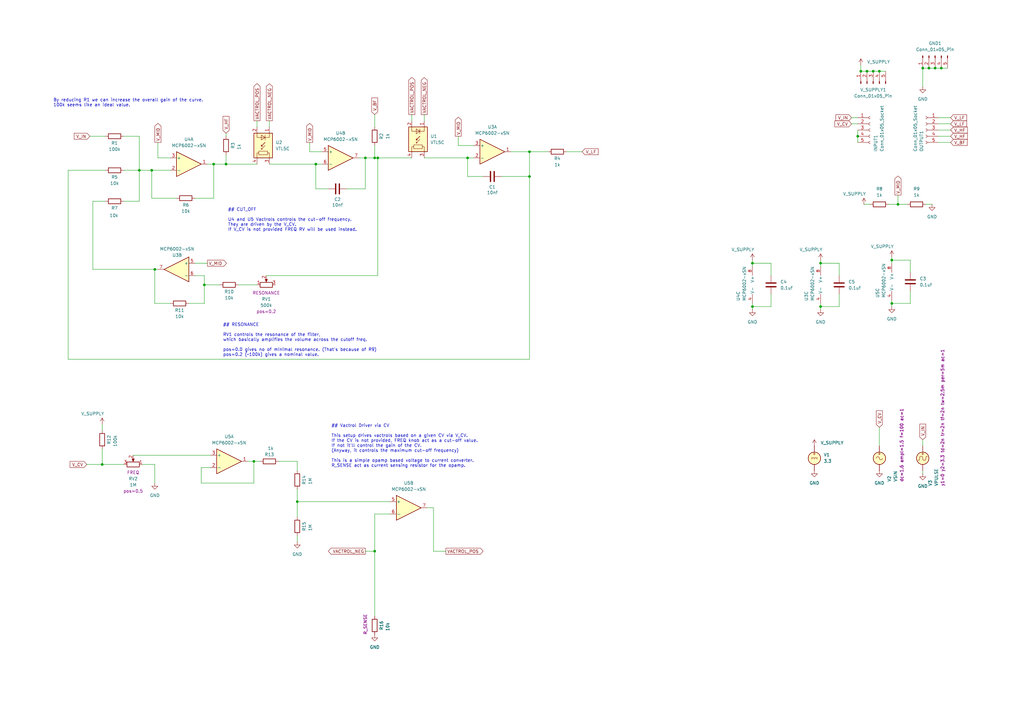
<source format=kicad_sch>
(kicad_sch (version 20231120) (generator "eeschema") (generator_version "8.0")
  (paper "A3")
  (lib_symbols
    (symbol "Amplifier_Operational:MCP6002-xSN" (pin_names (offset 0.127))
      (property "Reference" "U" (at 0 5.08 0))
      (property "Value" "MCP6002-xSN" (at 0 -5.08 0))
      (symbol "MCP6002-xSN_1_1"
        (polyline (pts (xy -5.08 5.08) (xy 5.08 0) (xy -5.08 -5.08) (xy -5.08 5.08)) (stroke (width 0.254)) (fill (type background)))
        (pin output line (at 7.62 0 180) (length 2.54) (name "~") (number "1"))
        (pin input line (at -7.62 -2.54 0) (length 2.54) (name "-") (number "2"))
        (pin input line (at -7.62 2.54 0) (length 2.54) (name "+") (number "3"))
      )
      (symbol "MCP6002-xSN_2_1"
        (polyline (pts (xy -5.08 5.08) (xy 5.08 0) (xy -5.08 -5.08) (xy -5.08 5.08)) (stroke (width 0.254)) (fill (type background)))
        (pin input line (at -7.62 2.54 0) (length 2.54) (name "+") (number "5"))
        (pin input line (at -7.62 -2.54 0) (length 2.54) (name "-") (number "6"))
        (pin output line (at 7.62 0 180) (length 2.54) (name "~") (number "7"))
      )
      (symbol "MCP6002-xSN_3_1"
        (pin power_in line (at -2.54 -7.62 90) (length 3.81) (name "V-") (number "4"))
        (pin power_in line (at -2.54 7.62 270) (length 3.81) (name "V+") (number "8"))
      )
    )
    (symbol "Connector:Conn_01x05_Pin" (pin_names (offset 1.016) hide)
      (property "Reference" "J" (at 0 7.62 0))
      (property "Value" "Conn_01x05_Pin" (at 0 -7.62 0))
      (symbol "Conn_01x05_Pin_1_1"
        (polyline (pts (xy 1.27 -5.08) (xy 0.8636 -5.08)) (stroke (width 0.1524)))
        (polyline (pts (xy 1.27 -2.54) (xy 0.8636 -2.54)) (stroke (width 0.1524)))
        (polyline (pts (xy 1.27 0) (xy 0.8636 0)) (stroke (width 0.1524)))
        (polyline (pts (xy 1.27 2.54) (xy 0.8636 2.54)) (stroke (width 0.1524)))
        (polyline (pts (xy 1.27 5.08) (xy 0.8636 5.08)) (stroke (width 0.1524)))
        (rectangle (start 0.8636 -4.953) (end 0 -5.207) (stroke (width 0.1524)) (fill (type outline)))
        (rectangle (start 0.8636 -2.413) (end 0 -2.667) (stroke (width 0.1524)) (fill (type outline)))
        (rectangle (start 0.8636 0.127) (end 0 -0.127) (stroke (width 0.1524)) (fill (type outline)))
        (rectangle (start 0.8636 2.667) (end 0 2.413) (stroke (width 0.1524)) (fill (type outline)))
        (rectangle (start 0.8636 5.207) (end 0 4.953) (stroke (width 0.1524)) (fill (type outline)))
        (pin passive line (at 5.08 5.08 180) (length 3.81) (name "Pin_1") (number "1"))
        (pin passive line (at 5.08 2.54 180) (length 3.81) (name "Pin_2") (number "2"))
        (pin passive line (at 5.08 0 180) (length 3.81) (name "Pin_3") (number "3"))
        (pin passive line (at 5.08 -2.54 180) (length 3.81) (name "Pin_4") (number "4"))
        (pin passive line (at 5.08 -5.08 180) (length 3.81) (name "Pin_5") (number "5"))
      )
    )
    (symbol "Connector:Conn_01x05_Socket" (pin_names (offset 1.016) hide)
      (property "Reference" "J" (at 0 7.62 0))
      (property "Value" "Conn_01x05_Socket" (at 0 -7.62 0))
      (symbol "Conn_01x05_Socket_1_1"
        (arc (start 0 -4.572) (mid -0.5058 -5.08) (end 0 -5.588) (stroke (width 0.1524)))
        (arc (start 0 -2.032) (mid -0.5058 -2.54) (end 0 -3.048) (stroke (width 0.1524)))
        (polyline (pts (xy -1.27 -5.08) (xy -0.508 -5.08)) (stroke (width 0.1524)))
        (polyline (pts (xy -1.27 -2.54) (xy -0.508 -2.54)) (stroke (width 0.1524)))
        (polyline (pts (xy -1.27 0) (xy -0.508 0)) (stroke (width 0.1524)))
        (polyline (pts (xy -1.27 2.54) (xy -0.508 2.54)) (stroke (width 0.1524)))
        (polyline (pts (xy -1.27 5.08) (xy -0.508 5.08)) (stroke (width 0.1524)))
        (arc (start 0 0.508) (mid -0.5058 0) (end 0 -0.508) (stroke (width 0.1524)))
        (arc (start 0 3.048) (mid -0.5058 2.54) (end 0 2.032) (stroke (width 0.1524)))
        (arc (start 0 5.588) (mid -0.5058 5.08) (end 0 4.572) (stroke (width 0.1524)))
        (pin passive line (at -5.08 5.08 0) (length 3.81) (name "Pin_1") (number "1"))
        (pin passive line (at -5.08 2.54 0) (length 3.81) (name "Pin_2") (number "2"))
        (pin passive line (at -5.08 0 0) (length 3.81) (name "Pin_3") (number "3"))
        (pin passive line (at -5.08 -2.54 0) (length 3.81) (name "Pin_4") (number "4"))
        (pin passive line (at -5.08 -5.08 0) (length 3.81) (name "Pin_5") (number "5"))
      )
    )
    (symbol "Device:C" (pin_numbers hide) (pin_names (offset 0.254))
      (property "Reference" "C" (at 0.635 2.54 0))
      (property "Value" "C" (at 0.635 -2.54 0))
      (symbol "C_0_1"
        (polyline (pts (xy -2.032 -0.762) (xy 2.032 -0.762)) (stroke (width 0.508)))
        (polyline (pts (xy -2.032 0.762) (xy 2.032 0.762)) (stroke (width 0.508)))
      )
      (symbol "C_1_1"
        (pin passive line (at 0 3.81 270) (length 2.794) (name "~") (number "1"))
        (pin passive line (at 0 -3.81 90) (length 2.794) (name "~") (number "2"))
      )
    )
    (symbol "Device:R" (pin_numbers hide) (pin_names (offset 0))
      (property "Reference" "R" (at 2.032 0 90))
      (property "Value" "R" (at 0 0 90))
      (symbol "R_0_1"
        (rectangle (start -1.016 -2.54) (end 1.016 2.54) (stroke (width 0.254)))
      )
      (symbol "R_1_1"
        (pin passive line (at 0 3.81 270) (length 1.27) (name "~") (number "1"))
        (pin passive line (at 0 -3.81 90) (length 1.27) (name "~") (number "2"))
      )
    )
    (symbol "Device:R_Potentiometer" (pin_names (offset 1.016) hide)
      (property "Reference" "RV" (at -4.445 0 90))
      (property "Value" "R_Potentiometer" (at -2.54 0 90))
      (symbol "R_Potentiometer_0_1"
        (polyline (pts (xy 2.54 0) (xy 1.524 0)))
        (polyline (pts (xy 1.143 0) (xy 2.286 0.508) (xy 2.286 -0.508) (xy 1.143 0)) (fill (type outline)))
        (rectangle (start 1.016 2.54) (end -1.016 -2.54) (stroke (width 0.254)))
      )
      (symbol "R_Potentiometer_1_1"
        (pin passive line (at 0 3.81 270) (length 1.27) (name "1") (number "1"))
        (pin passive line (at 3.81 0 180) (length 1.27) (name "2") (number "2"))
        (pin passive line (at 0 -3.81 90) (length 1.27) (name "3") (number "3"))
      )
    )
    (symbol "Isolator:VTL5C" (pin_names (offset 1.016) hide)
      (property "Reference" "U" (at 0 5.08 0))
      (property "Value" "VTL5C" (at 0 -5.08 0))
      (symbol "VTL5C_0_1"
        (rectangle (start -5.08 3.81) (end 5.08 -3.81) (stroke (width 0.254)) (fill (type background)))
        (polyline (pts (xy -4.318 0.762) (xy -2.286 0.762)))
        (polyline (pts (xy -1.27 0.762) (xy 0.254 -0.762)))
        (polyline (pts (xy -1.27 0.762) (xy 0.254 -0.762)))
        (polyline (pts (xy 0 0.762) (xy 1.524 -0.762)))
        (polyline (pts (xy 0.254 -0.254) (xy 0.254 -0.762) (xy -0.254 -0.762)))
        (polyline (pts (xy 0.254 -0.254) (xy 0.254 -0.762) (xy -0.254 -0.762)))
        (polyline (pts (xy 1.524 -0.254) (xy 1.524 -0.762) (xy 1.016 -0.762)))
        (polyline (pts (xy 3.048 -1.778) (xy 3.048 -2.54) (xy 5.08 -2.54)))
        (polyline (pts (xy 3.048 1.778) (xy 3.048 2.54) (xy 5.08 2.54)))
        (polyline (pts (xy -5.08 -2.54) (xy -3.302 -2.54) (xy -3.302 2.54) (xy -5.08 2.54)))
        (rectangle (start 2.286 1.778) (end 3.81 -1.778))
      )
      (symbol "VTL5C_1_1"
        (polyline (pts (xy -4.318 -0.762) (xy -3.302 0.762) (xy -2.286 -0.762) (xy -4.318 -0.762)))
        (pin passive line (at -7.62 2.54 0) (length 2.54) (name "-") (number "1"))
        (pin passive line (at -7.62 -2.54 0) (length 2.54) (name "+") (number "2"))
        (pin passive line (at 7.62 2.54 180) (length 2.54) (name "~") (number "3"))
        (pin passive line (at 7.62 -2.54 180) (length 2.54) (name "~") (number "4"))
      )
    )
    (symbol "Simulation_SPICE:VDC" (pin_numbers hide) (pin_names (offset 0.0254))
      (property "Reference" "V" (at 2.54 2.54 0))
      (property "Value" "1" (at 2.54 0 0))
      (symbol "VDC_0_0"
        (polyline (pts (xy -1.27 0.254) (xy 1.27 0.254)))
        (polyline (pts (xy -0.762 -0.254) (xy -1.27 -0.254)))
        (polyline (pts (xy 0.254 -0.254) (xy -0.254 -0.254)))
        (polyline (pts (xy 1.27 -0.254) (xy 0.762 -0.254)))
        (text "+" (at 0 1.905 0) (effects (font (size 1.27 1.27))))
      )
      (symbol "VDC_0_1"
        (circle (center 0 0) (radius 2.54) (stroke (width 0.254)) (fill (type background)))
      )
      (symbol "VDC_1_1"
        (pin passive line (at 0 5.08 270) (length 2.54) (name "~") (number "1"))
        (pin passive line (at 0 -5.08 90) (length 2.54) (name "~") (number "2"))
      )
    )
    (symbol "Simulation_SPICE:VPULSE" (pin_numbers hide) (pin_names (offset 0.0254))
      (property "Reference" "V" (at 2.54 2.54 0))
      (property "Value" "VPULSE" (at 2.54 0 0))
      (property "Sim.Params" "y1=0 y2=1 td=2n tr=2n tf=2n tw=50n per=100n" (at 2.54 -2.54 0))
      (symbol "VPULSE_0_0"
        (polyline (pts (xy -2.032 -0.762) (xy -1.397 -0.762) (xy -1.143 0.762) (xy -0.127 0.762) (xy 0.127 -0.762) (xy 1.143 -0.762) (xy 1.397 0.762) (xy 2.032 0.762)))
        (text "+" (at 0 1.905 0) (effects (font (size 1.27 1.27))))
      )
      (symbol "VPULSE_0_1"
        (circle (center 0 0) (radius 2.54) (stroke (width 0.254)) (fill (type background)))
      )
      (symbol "VPULSE_1_1"
        (pin passive line (at 0 5.08 270) (length 2.54) (name "~") (number "1"))
        (pin passive line (at 0 -5.08 90) (length 2.54) (name "~") (number "2"))
      )
    )
    (symbol "Simulation_SPICE:VSIN" (pin_numbers hide) (pin_names (offset 0.0254))
      (property "Reference" "V" (at 2.54 2.54 0))
      (property "Value" "VSIN" (at 2.54 0 0))
      (property "Sim.Params" "dc=0 ampl=1 f=1k ac=1" (at 2.54 -2.54 0))
      (symbol "VSIN_0_0"
        (arc (start 0 0) (mid -0.635 0.6323) (end -1.27 0))
        (arc (start 0 0) (mid 0.635 -0.6323) (end 1.27 0))
        (text "+" (at 0 1.905 0) (effects (font (size 1.27 1.27))))
      )
      (symbol "VSIN_0_1"
        (circle (center 0 0) (radius 2.54) (stroke (width 0.254)) (fill (type background)))
      )
      (symbol "VSIN_1_1"
        (pin passive line (at 0 5.08 270) (length 2.54) (name "~") (number "1"))
        (pin passive line (at 0 -5.08 90) (length 2.54) (name "~") (number "2"))
      )
    )
    (symbol "power:+5V" (power) (pin_numbers hide) (pin_names (offset 0) hide)
      (property "Value" "+5V" (at 0 3.556 0))
      (symbol "+5V_0_1"
        (polyline (pts (xy -0.762 1.27) (xy 0 2.54)))
        (polyline (pts (xy 0 0) (xy 0 2.54)))
        (polyline (pts (xy 0 2.54) (xy 0.762 1.27)))
      )
      (symbol "+5V_1_1"
        (pin power_in line (at 0 0 90) (length 0) (name "~") (number "1"))
      )
    )
    (symbol "power:GND" (power) (pin_numbers hide) (pin_names (offset 0) hide)
      (property "Value" "GND" (at 0 -3.81 0))
      (symbol "GND_0_1"
        (polyline (pts (xy 0 0) (xy 0 -1.27) (xy 1.27 -1.27) (xy 0 -2.54) (xy -1.27 -1.27) (xy 0 -1.27)))
      )
      (symbol "GND_1_1"
        (pin power_in line (at 0 0 270) (length 0) (name "~") (number "1"))
      )
    )
  )
  (junction (at 355.6 29.21))
  (junction (at 153.67 226.06))
  (junction (at 381 27.94))
  (junction (at 154.94 64.77))
  (junction (at 62.23 69.85))
  (junction (at 153.67 64.77))
  (junction (at 353.06 29.21))
  (junction (at 336.55 107.95))
  (junction (at 360.68 29.21))
  (junction (at 386.08 27.94))
  (junction (at 368.3 83.82))
  (junction (at 121.92 205.74))
  (junction (at 149.86 64.77))
  (junction (at 336.55 125.73))
  (junction (at 217.17 62.23))
  (junction (at 365.76 106.68))
  (junction (at 87.63 67.31))
  (junction (at 217.17 72.39))
  (junction (at 63.5 110.49))
  (junction (at 383.54 27.94))
  (junction (at 191.77 64.77))
  (junction (at 83.82 116.84))
  (junction (at 351.79 55.88))
  (junction (at 57.15 69.85))
  (junction (at 365.76 124.46))
  (junction (at 358.14 29.21))
  (junction (at 129.54 67.31))
  (junction (at 41.91 190.5))
  (junction (at 308.61 107.95))
  (junction (at 308.61 125.73))
  (junction (at 92.71 67.31))
  (junction (at 378.46 27.94))
  (junction (at 104.14 189.23))
  (wire (pts (xy 336.55 106.68) (xy 336.55 107.95)))
  (wire (pts (xy 129.54 77.47) (xy 129.54 67.31)))
  (wire (pts (xy 27.94 69.85) (xy 27.94 147.32)))
  (wire (pts (xy 316.23 125.73) (xy 308.61 125.73)))
  (wire (pts (xy 351.79 53.34) (xy 351.79 55.88)))
  (wire (pts (xy 160.02 205.74) (xy 121.92 205.74)))
  (wire (pts (xy 142.24 77.47) (xy 149.86 77.47)))
  (wire (pts (xy 57.15 55.88) (xy 57.15 69.85)))
  (wire (pts (xy 85.09 67.31) (xy 87.63 67.31)))
  (wire (pts (xy 365.76 106.68) (xy 365.76 107.95)))
  (wire (pts (xy 308.61 107.95) (xy 308.61 109.22)))
  (wire (pts (xy 349.25 48.26) (xy 351.79 48.26)))
  (wire (pts (xy 27.94 147.32) (xy 217.17 147.32)))
  (wire (pts (xy 360.68 29.21) (xy 363.22 29.21)))
  (wire (pts (xy 35.56 190.5) (xy 41.91 190.5)))
  (wire (pts (xy 57.15 82.55) (xy 57.15 69.85)))
  (wire (pts (xy 154.94 113.03) (xy 154.94 64.77)))
  (wire (pts (xy 217.17 72.39) (xy 217.17 147.32)))
  (wire (pts (xy 105.41 67.31) (xy 92.71 67.31)))
  (wire (pts (xy 384.81 58.42) (xy 389.89 58.42)))
  (wire (pts (xy 110.49 49.53) (xy 110.49 52.07)))
  (wire (pts (xy 50.8 82.55) (xy 57.15 82.55)))
  (wire (pts (xy 353.06 29.21) (xy 355.6 29.21)))
  (wire (pts (xy 308.61 125.73) (xy 308.61 127)))
  (wire (pts (xy 344.17 125.73) (xy 336.55 125.73)))
  (wire (pts (xy 149.86 77.47) (xy 149.86 64.77)))
  (wire (pts (xy 349.25 50.8) (xy 351.79 50.8)))
  (wire (pts (xy 373.38 106.68) (xy 365.76 106.68)))
  (wire (pts (xy 384.81 48.26) (xy 389.89 48.26)))
  (wire (pts (xy 104.14 198.12) (xy 104.14 189.23)))
  (wire (pts (xy 63.5 110.49) (xy 38.1 110.49)))
  (wire (pts (xy 82.55 191.77) (xy 82.55 198.12)))
  (wire (pts (xy 360.68 175.26) (xy 360.68 182.88)))
  (wire (pts (xy 87.63 67.31) (xy 87.63 81.28)))
  (wire (pts (xy 58.42 190.5) (xy 63.5 190.5)))
  (wire (pts (xy 64.77 110.49) (xy 63.5 110.49)))
  (wire (pts (xy 373.38 111.76) (xy 373.38 106.68)))
  (wire (pts (xy 386.08 27.94) (xy 388.62 27.94)))
  (wire (pts (xy 83.82 116.84) (xy 90.17 116.84)))
  (wire (pts (xy 217.17 62.23) (xy 224.79 62.23)))
  (wire (pts (xy 368.3 80.01) (xy 368.3 83.82)))
  (wire (pts (xy 368.3 83.82) (xy 372.11 83.82)))
  (wire (pts (xy 43.18 69.85) (xy 27.94 69.85)))
  (wire (pts (xy 232.41 62.23) (xy 238.76 62.23)))
  (wire (pts (xy 41.91 190.5) (xy 50.8 190.5)))
  (wire (pts (xy 358.14 29.21) (xy 360.68 29.21)))
  (wire (pts (xy 191.77 64.77) (xy 194.31 64.77)))
  (wire (pts (xy 316.23 107.95) (xy 308.61 107.95)))
  (wire (pts (xy 378.46 27.94) (xy 381 27.94)))
  (wire (pts (xy 382.27 83.82) (xy 379.73 83.82)))
  (wire (pts (xy 64.77 64.77) (xy 69.85 64.77)))
  (wire (pts (xy 105.41 49.53) (xy 105.41 52.07)))
  (wire (pts (xy 80.01 113.03) (xy 83.82 113.03)))
  (wire (pts (xy 177.8 226.06) (xy 182.88 226.06)))
  (wire (pts (xy 187.96 55.88) (xy 187.96 59.69)))
  (wire (pts (xy 217.17 72.39) (xy 205.74 72.39)))
  (wire (pts (xy 153.67 226.06) (xy 153.67 252.73)))
  (wire (pts (xy 54.61 186.69) (xy 86.36 186.69)))
  (wire (pts (xy 153.67 210.82) (xy 153.67 226.06)))
  (wire (pts (xy 378.46 27.94) (xy 378.46 35.56)))
  (wire (pts (xy 354.33 83.82) (xy 356.87 83.82)))
  (wire (pts (xy 353.06 29.21) (xy 353.06 26.67)))
  (wire (pts (xy 63.5 190.5) (xy 63.5 198.12)))
  (wire (pts (xy 110.49 67.31) (xy 129.54 67.31)))
  (wire (pts (xy 191.77 72.39) (xy 198.12 72.39)))
  (wire (pts (xy 101.6 189.23) (xy 104.14 189.23)))
  (wire (pts (xy 384.81 55.88) (xy 389.89 55.88)))
  (wire (pts (xy 83.82 124.46) (xy 77.47 124.46)))
  (wire (pts (xy 177.8 208.28) (xy 177.8 226.06)))
  (wire (pts (xy 336.55 107.95) (xy 336.55 109.22)))
  (wire (pts (xy 104.14 189.23) (xy 106.68 189.23)))
  (wire (pts (xy 153.67 46.99) (xy 153.67 52.07)))
  (wire (pts (xy 50.8 55.88) (xy 57.15 55.88)))
  (wire (pts (xy 83.82 116.84) (xy 83.82 124.46)))
  (wire (pts (xy 344.17 113.03) (xy 344.17 107.95)))
  (wire (pts (xy 121.92 200.66) (xy 121.92 205.74)))
  (wire (pts (xy 92.71 67.31) (xy 87.63 67.31)))
  (wire (pts (xy 38.1 110.49) (xy 38.1 82.55)))
  (wire (pts (xy 316.23 113.03) (xy 316.23 107.95)))
  (wire (pts (xy 87.63 81.28) (xy 80.01 81.28)))
  (wire (pts (xy 127 62.23) (xy 127 58.42)))
  (wire (pts (xy 173.99 64.77) (xy 191.77 64.77)))
  (wire (pts (xy 383.54 27.94) (xy 386.08 27.94)))
  (wire (pts (xy 378.46 180.34) (xy 378.46 182.88)))
  (wire (pts (xy 154.94 64.77) (xy 168.91 64.77)))
  (wire (pts (xy 147.32 64.77) (xy 149.86 64.77)))
  (wire (pts (xy 365.76 124.46) (xy 365.76 125.73)))
  (wire (pts (xy 173.99 46.99) (xy 173.99 49.53)))
  (wire (pts (xy 175.26 208.28) (xy 177.8 208.28)))
  (wire (pts (xy 384.81 50.8) (xy 389.89 50.8)))
  (wire (pts (xy 41.91 173.99) (xy 41.91 176.53)))
  (wire (pts (xy 69.85 124.46) (xy 63.5 124.46)))
  (wire (pts (xy 308.61 106.68) (xy 308.61 107.95)))
  (wire (pts (xy 351.79 55.88) (xy 351.79 58.42)))
  (wire (pts (xy 191.77 64.77) (xy 191.77 72.39)))
  (wire (pts (xy 384.81 53.34) (xy 389.89 53.34)))
  (wire (pts (xy 109.22 113.03) (xy 154.94 113.03)))
  (wire (pts (xy 64.77 58.42) (xy 64.77 64.77)))
  (wire (pts (xy 50.8 69.85) (xy 57.15 69.85)))
  (wire (pts (xy 121.92 189.23) (xy 121.92 193.04)))
  (wire (pts (xy 308.61 124.46) (xy 308.61 125.73)))
  (wire (pts (xy 187.96 59.69) (xy 194.31 59.69)))
  (wire (pts (xy 86.36 191.77) (xy 82.55 191.77)))
  (wire (pts (xy 92.71 63.5) (xy 92.71 67.31)))
  (wire (pts (xy 41.91 190.5) (xy 41.91 184.15)))
  (wire (pts (xy 62.23 81.28) (xy 62.23 69.85)))
  (wire (pts (xy 336.55 125.73) (xy 336.55 127)))
  (wire (pts (xy 80.01 107.95) (xy 85.09 107.95)))
  (wire (pts (xy 365.76 123.19) (xy 365.76 124.46)))
  (wire (pts (xy 97.79 116.84) (xy 105.41 116.84)))
  (wire (pts (xy 83.82 113.03) (xy 83.82 116.84)))
  (wire (pts (xy 121.92 205.74) (xy 121.92 212.09)))
  (wire (pts (xy 355.6 29.21) (xy 358.14 29.21)))
  (wire (pts (xy 38.1 82.55) (xy 43.18 82.55)))
  (wire (pts (xy 63.5 124.46) (xy 63.5 110.49)))
  (wire (pts (xy 153.67 64.77) (xy 154.94 64.77)))
  (wire (pts (xy 316.23 120.65) (xy 316.23 125.73)))
  (wire (pts (xy 364.49 83.82) (xy 368.3 83.82)))
  (wire (pts (xy 344.17 120.65) (xy 344.17 125.73)))
  (wire (pts (xy 62.23 69.85) (xy 69.85 69.85)))
  (wire (pts (xy 217.17 62.23) (xy 217.17 72.39)))
  (wire (pts (xy 344.17 107.95) (xy 336.55 107.95)))
  (wire (pts (xy 373.38 124.46) (xy 365.76 124.46)))
  (wire (pts (xy 365.76 105.41) (xy 365.76 106.68)))
  (wire (pts (xy 57.15 69.85) (xy 62.23 69.85)))
  (wire (pts (xy 72.39 81.28) (xy 62.23 81.28)))
  (wire (pts (xy 82.55 198.12) (xy 104.14 198.12)))
  (wire (pts (xy 129.54 67.31) (xy 132.08 67.31)))
  (wire (pts (xy 160.02 210.82) (xy 153.67 210.82)))
  (wire (pts (xy 378.46 193.04) (xy 378.46 194.31)))
  (wire (pts (xy 36.83 55.88) (xy 43.18 55.88)))
  (wire (pts (xy 132.08 62.23) (xy 127 62.23)))
  (wire (pts (xy 149.86 226.06) (xy 153.67 226.06)))
  (wire (pts (xy 168.91 46.99) (xy 168.91 49.53)))
  (wire (pts (xy 373.38 119.38) (xy 373.38 124.46)))
  (wire (pts (xy 149.86 64.77) (xy 153.67 64.77)))
  (wire (pts (xy 209.55 62.23) (xy 217.17 62.23)))
  (wire (pts (xy 153.67 59.69) (xy 153.67 64.77)))
  (wire (pts (xy 134.62 77.47) (xy 129.54 77.47)))
  (wire (pts (xy 114.3 189.23) (xy 121.92 189.23)))
  (wire (pts (xy 381 27.94) (xy 383.54 27.94)))
  (wire (pts (xy 92.71 54.61) (xy 92.71 55.88)))
  (wire (pts (xy 121.92 222.25) (xy 121.92 219.71)))
  (wire (pts (xy 336.55 124.46) (xy 336.55 125.73)))
  (text "## Vactrol Driver via CV\n\nThis setup drives vactrols based on a given CV via V_CV.\nIf the CV is not provided, FREQ knob act as a cut-off value.\nIf not it'll control the gain of the CV.\n(Anyway, it controls the maximum cut-off frequency)\n\nThis is a simple opamp based voltage to current converter.\nR_SENSE act as current sensing resistor for the opamp." (at 135.89 182.88 0) (effects (font (size 1.27 1.27)) (justify left)))
  (text "## CUT_OFF\n\nU4 and U5 Vactrols controls the cut-off frequency. \nThey are driven by the V_CV.\nIf V_CV is not provided FREQ RV will be used instead." (at 93.472 90.17 0) (effects (font (size 1.27 1.27)) (justify left)))
  (text "## RESONANCE\n\nRV1 controls the resonance of the filter,\nwhich basically amplifies the volume across the cutoff freq.\n\npos=0.0 gives no of minimal resonance. (That's because of R9)\npos=0.2 (~100k) gives a nominal value. " (at 91.44 139.446 0) (effects (font (size 1.27 1.27)) (justify left)))
  (text "By reducing R1 we can increase the overall gain of the curve.\n100k seems like an ideal value." (at 21.844 42.164 0) (effects (font (size 1.27 1.27)) (justify left)))
  (global_label "VACTROL_POS" (shape output) (at 168.91 46.99 90) (property "Intersheetrefs" "${INTERSHEET_REFS}" (effects (hide yes))))
  (global_label "V_HF" (shape input) (at 389.89 55.88 0) (property "Intersheetrefs" "${INTERSHEET_REFS}" (effects (hide yes))))
  (global_label "VACTROL_NEG" (shape output) (at 110.49 49.53 90) (property "Intersheetrefs" "${INTERSHEET_REFS}" (effects (hide yes))))
  (global_label "V_CV" (shape input) (at 360.68 175.26 90) (property "Intersheetrefs" "${INTERSHEET_REFS}" (effects (hide yes))))
  (global_label "V_HF" (shape input) (at 389.89 53.34 0) (property "Intersheetrefs" "${INTERSHEET_REFS}" (effects (hide yes))))
  (global_label "V_LF" (shape input) (at 238.76 62.23 0) (property "Intersheetrefs" "${INTERSHEET_REFS}" (effects (hide yes))))
  (global_label "V_MID" (shape output) (at 85.09 107.95 0) (property "Intersheetrefs" "${INTERSHEET_REFS}" (effects (hide yes))))
  (global_label "V_CV" (shape input) (at 35.56 190.5 180) (property "Intersheetrefs" "${INTERSHEET_REFS}" (effects (hide yes))))
  (global_label "V_CV" (shape input) (at 349.25 50.8 180) (property "Intersheetrefs" "${INTERSHEET_REFS}" (effects (hide yes))))
  (global_label "V_HF" (shape input) (at 92.71 54.61 90) (property "Intersheetrefs" "${INTERSHEET_REFS}" (effects (hide yes))))
  (global_label "V_LF" (shape input) (at 389.89 50.8 0) (property "Intersheetrefs" "${INTERSHEET_REFS}" (effects (hide yes))))
  (global_label "V_MID" (shape output) (at 64.77 58.42 90) (property "Intersheetrefs" "${INTERSHEET_REFS}" (effects (hide yes))))
  (global_label "V_IN" (shape input) (at 36.83 55.88 180) (property "Intersheetrefs" "${INTERSHEET_REFS}" (effects (hide yes))))
  (global_label "VACTROL_NEG" (shape output) (at 173.99 46.99 90) (property "Intersheetrefs" "${INTERSHEET_REFS}" (effects (hide yes))))
  (global_label "V_MID" (shape output) (at 187.96 55.88 90) (property "Intersheetrefs" "${INTERSHEET_REFS}" (effects (hide yes))))
  (global_label "V_BF" (shape input) (at 389.89 58.42 0) (property "Intersheetrefs" "${INTERSHEET_REFS}" (effects (hide yes))))
  (global_label "V_MID" (shape output) (at 127 58.42 90) (property "Intersheetrefs" "${INTERSHEET_REFS}" (effects (hide yes))))
  (global_label "VACTROL_POS" (shape output) (at 182.88 226.06 0) (property "Intersheetrefs" "${INTERSHEET_REFS}" (effects (hide yes))))
  (global_label "V_IN" (shape input) (at 349.25 48.26 180) (property "Intersheetrefs" "${INTERSHEET_REFS}" (effects (hide yes))))
  (global_label "V_IN" (shape input) (at 378.46 180.34 90) (property "Intersheetrefs" "${INTERSHEET_REFS}" (effects (hide yes))))
  (global_label "V_LF" (shape input) (at 389.89 48.26 0) (property "Intersheetrefs" "${INTERSHEET_REFS}" (effects (hide yes))))
  (global_label "V_BF" (shape input) (at 153.67 46.99 90) (property "Intersheetrefs" "${INTERSHEET_REFS}" (effects (hide yes))))
  (global_label "VACTROL_NEG" (shape output) (at 149.86 226.06 180) (property "Intersheetrefs" "${INTERSHEET_REFS}" (effects (hide yes))))
  (global_label "V_MID" (shape output) (at 368.3 80.01 90) (property "Intersheetrefs" "${INTERSHEET_REFS}" (effects (hide yes))))
  (global_label "VACTROL_POS" (shape output) (at 105.41 49.53 90) (property "Intersheetrefs" "${INTERSHEET_REFS}" (effects (hide yes))))
  (symbol (lib_id "Device:R") (at 360.68 83.82 90) (unit 1)
    (property "Reference" "R8" (at 360.68 77.47 90))
    (property "Value" "1k" (at 360.68 80.01 90))
    (property "Footprint" "Resistor_SMD:R_0402_1005Metric" (effects (hide yes)))
    (property "Description" "Resistor" (effects (hide yes)))
  )
  (symbol (lib_id "Isolator:VTL5C") (at 107.95 59.69 270) (unit 1)
    (property "Reference" "U2" (at 113.03 58.4199 90) (effects (justify left)))
    (property "Value" "VTL5C" (at 113.03 60.9599 90) (effects (justify left)))
    (property "Footprint" "BreadModular_MISC:VTL5C" (effects (hide yes)))
    (property "Datasheet" "http://www.qsl.net/wa1ion/vactrol/vactrol.pdf" (effects (hide yes)))
    (property "Description" "Low Cost Axial Vactrols" (effects (hide yes)))
    (property "Sim.Library" "/Users/arunoda/data/projects/kicad-splice-models/VTL5C.lib" (effects (hide yes)))
    (property "Sim.Name" "VTL5C" (effects (hide yes)))
    (property "Sim.Device" "SUBCKT" (effects (hide yes)))
    (property "Sim.Pins" "1=2 2=1 3=3 4=4" (effects (hide yes)))
  )
  (symbol (lib_id "power:GND") (at 153.67 260.35 0) (unit 1)
    (property "Reference" "#PWR018" (effects (hide yes)))
    (property "Value" "GND" (at 153.67 265.43 0))
    (property "Description" "Power symbol creates a global label with name \"GND\" , ground" (effects (hide yes)))
  )
  (symbol (lib_id "Device:R_Potentiometer") (at 54.61 190.5 270) (mirror x) (unit 1)
    (property "Reference" "RV2" (at 54.61 196.342 90))
    (property "Value" "1M" (at 54.61 198.882 90))
    (property "Footprint" "BreadModular_Pots:Potentiometer_RV09" (effects (hide yes)))
    (property "Description" "Potentiometer" (effects (hide yes)))
    (property "Sim.Device" "R" (effects (hide yes)))
    (property "Sim.Type" "POT" (effects (hide yes)))
    (property "Sim.Pins" "1=r0 2=wiper 3=r1" (effects (hide yes)))
    (property "Sim.Params" "pos=0.5" (at 54.61 201.422 90))
    (property "Comments" "FREQ" (at 54.61 193.802 90))
  )
  (symbol (lib_id "Simulation_SPICE:VDC") (at 334.01 187.96 0) (unit 1) (on_board no)
    (property "Reference" "V1" (at 337.82 186.5601 0) (effects (justify left)))
    (property "Value" "3.3" (at 337.82 189.1001 0) (effects (justify left)))
    (property "Datasheet" "https://ngspice.sourceforge.io/docs/ngspice-html-manual/manual.xhtml#sec_Independent_Sources_for" (effects (hide yes)))
    (property "Description" "Voltage source, DC" (effects (hide yes)))
    (property "Sim.Pins" "1=+ 2=-" (effects (hide yes)))
    (property "Sim.Type" "DC" (effects (hide yes)))
    (property "Sim.Device" "V" (effects (hide yes)))
  )
  (symbol (lib_id "Device:R") (at 46.99 82.55 90) (unit 1)
    (property "Reference" "R7" (at 46.99 85.344 90))
    (property "Value" "10k" (at 46.736 88.392 90))
    (property "Footprint" "Resistor_SMD:R_0402_1005Metric" (effects (hide yes)))
    (property "Description" "Resistor" (effects (hide yes)))
  )
  (symbol (lib_id "Connector:Conn_01x05_Pin") (at 358.14 34.29 90) (unit 1) (exclude_from_sim yes)
    (property "Reference" "V_SUPPLY1" (at 358.14 36.83 90))
    (property "Value" "Conn_01x05_Pin" (at 358.14 39.37 90))
    (property "Footprint" "BreadModular_MISC:Power_Connector" (effects (hide yes)))
    (property "Description" "Generic connector, single row, 01x05, script generated" (effects (hide yes)))
  )
  (symbol (lib_id "Amplifier_Operational:MCP6002-xSN") (at 93.98 189.23 0) (unit 1)
    (property "Reference" "U5" (at 93.98 179.07 0))
    (property "Value" "MCP6002-xSN" (at 93.98 181.61 0))
    (property "Footprint" "Package_SO:SOIC-8-1EP_3.9x4.9mm_P1.27mm_EP2.29x3mm" (effects (hide yes)))
    (property "Datasheet" "http://ww1.microchip.com/downloads/en/DeviceDoc/21733j.pdf" (effects (hide yes)))
    (property "Description" "1MHz, Low-Power Op Amp, SOIC-8" (effects (hide yes)))
    (property "Sim.Library" "${KICAD8_SYMBOL_DIR}/Simulation_SPICE.sp" (effects (hide yes)))
    (property "Sim.Name" "kicad_builtin_opamp_dual" (effects (hide yes)))
    (property "Sim.Device" "SUBCKT" (effects (hide yes)))
    (property "Sim.Pins" "1=out1 2=in1- 3=in1+ 4=vee 5=in2+ 6=in2- 7=out2 8=vcc" (effects (hide yes)))
  )
  (symbol (lib_id "Amplifier_Operational:MCP6002-xSN") (at 201.93 62.23 0) (unit 1)
    (property "Reference" "U3" (at 201.93 52.07 0))
    (property "Value" "MCP6002-xSN" (at 201.93 54.61 0))
    (property "Footprint" "Package_SO:SOIC-8-1EP_3.9x4.9mm_P1.27mm_EP2.29x3mm" (effects (hide yes)))
    (property "Datasheet" "http://ww1.microchip.com/downloads/en/DeviceDoc/21733j.pdf" (effects (hide yes)))
    (property "Description" "1MHz, Low-Power Op Amp, SOIC-8" (effects (hide yes)))
    (property "Sim.Library" "${KICAD8_SYMBOL_DIR}/Simulation_SPICE.sp" (effects (hide yes)))
    (property "Sim.Name" "kicad_builtin_opamp_dual" (effects (hide yes)))
    (property "Sim.Device" "SUBCKT" (effects (hide yes)))
    (property "Sim.Pins" "1=out1 2=in1- 3=in1+ 4=vee 5=in2+ 6=in2- 7=out2 8=vcc" (effects (hide yes)))
  )
  (symbol (lib_id "Amplifier_Operational:MCP6002-xSN") (at 139.7 64.77 0) (unit 2)
    (property "Reference" "U4" (at 139.7 54.61 0))
    (property "Value" "MCP6002-xSN" (at 139.7 57.15 0))
    (property "Footprint" "Package_SO:SOIC-8-1EP_3.9x4.9mm_P1.27mm_EP2.29x3mm" (effects (hide yes)))
    (property "Datasheet" "http://ww1.microchip.com/downloads/en/DeviceDoc/21733j.pdf" (effects (hide yes)))
    (property "Description" "1MHz, Low-Power Op Amp, SOIC-8" (effects (hide yes)))
    (property "Sim.Library" "${KICAD8_SYMBOL_DIR}/Simulation_SPICE.sp" (effects (hide yes)))
    (property "Sim.Name" "kicad_builtin_opamp_dual" (effects (hide yes)))
    (property "Sim.Device" "SUBCKT" (effects (hide yes)))
    (property "Sim.Pins" "1=out1 2=in1- 3=in1+ 4=vee 5=in2+ 6=in2- 7=out2 8=vcc" (effects (hide yes)))
  )
  (symbol (lib_id "Device:R") (at 46.99 55.88 90) (unit 1)
    (property "Reference" "R1" (at 46.99 58.674 90))
    (property "Value" "100k" (at 46.99 61.214 90))
    (property "Footprint" "Resistor_SMD:R_0402_1005Metric" (effects (hide yes)))
    (property "Description" "Resistor" (effects (hide yes)))
  )
  (symbol (lib_id "Device:R") (at 92.71 59.69 180) (unit 1)
    (property "Reference" "R3" (at 95.504 59.69 90))
    (property "Value" "1k" (at 98.044 60.198 90))
    (property "Footprint" "Resistor_SMD:R_0402_1005Metric" (effects (hide yes)))
    (property "Description" "Resistor" (effects (hide yes)))
  )
  (symbol (lib_id "power:+5V") (at 334.01 182.88 0) (unit 1)
    (property "Reference" "#PWR012" (effects (hide yes)))
    (property "Value" "V_SUPPLY" (at 336.55 181.6099 0) (effects (justify left)))
    (property "Description" "Power symbol creates a global label with name \"+5V\"" (effects (hide yes)))
  )
  (symbol (lib_id "power:+5V") (at 336.55 106.68 0) (unit 1)
    (property "Reference" "#PWR07" (effects (hide yes)))
    (property "Value" "V_SUPPLY" (at 327.914 102.362 0) (effects (justify left)))
    (property "Description" "Power symbol creates a global label with name \"+5V\"" (effects (hide yes)))
  )
  (symbol (lib_id "Device:C") (at 344.17 116.84 0) (unit 1)
    (property "Reference" "C5" (at 347.98 115.5699 0) (effects (justify left)))
    (property "Value" "0.1uf" (at 347.98 118.1099 0) (effects (justify left)))
    (property "Footprint" "Capacitor_SMD:C_0402_1005Metric" (effects (hide yes)))
    (property "Description" "Unpolarized capacitor" (effects (hide yes)))
  )
  (symbol (lib_id "power:+5V") (at 353.06 26.67 0) (unit 1)
    (property "Reference" "#PWR01" (effects (hide yes)))
    (property "Value" "V_SUPPLY" (at 355.6 25.3999 0) (effects (justify left)))
    (property "Description" "Power symbol creates a global label with name \"+5V\"" (effects (hide yes)))
  )
  (symbol (lib_id "power:GND") (at 378.46 35.56 0) (unit 1)
    (property "Reference" "#PWR02" (effects (hide yes)))
    (property "Value" "GND" (at 378.46 40.64 0))
    (property "Description" "Power symbol creates a global label with name \"GND\" , ground" (effects (hide yes)))
  )
  (symbol (lib_id "Device:C") (at 201.93 72.39 90) (unit 1)
    (property "Reference" "C1" (at 201.93 76.708 90))
    (property "Value" "10nf" (at 201.93 78.994 90))
    (property "Footprint" "Capacitor_SMD:C_0402_1005Metric" (effects (hide yes)))
    (property "Description" "Unpolarized capacitor" (effects (hide yes)))
  )
  (symbol (lib_id "Amplifier_Operational:MCP6002-xSN") (at 339.09 116.84 0) (unit 3)
    (property "Reference" "U3" (at 330.708 123.444 90) (effects (justify left)))
    (property "Value" "MCP6002-xSN" (at 333.248 123.444 90) (effects (justify left)))
    (property "Footprint" "Package_SO:SOIC-8-1EP_3.9x4.9mm_P1.27mm_EP2.29x3mm" (effects (hide yes)))
    (property "Datasheet" "http://ww1.microchip.com/downloads/en/DeviceDoc/21733j.pdf" (effects (hide yes)))
    (property "Description" "1MHz, Low-Power Op Amp, SOIC-8" (effects (hide yes)))
    (property "Sim.Library" "${KICAD8_SYMBOL_DIR}/Simulation_SPICE.sp" (effects (hide yes)))
    (property "Sim.Name" "kicad_builtin_opamp_dual" (effects (hide yes)))
    (property "Sim.Device" "SUBCKT" (effects (hide yes)))
    (property "Sim.Pins" "1=out1 2=in1- 3=in1+ 4=vee 5=in2+ 6=in2- 7=out2 8=vcc" (effects (hide yes)))
  )
  (symbol (lib_id "Amplifier_Operational:MCP6002-xSN") (at 311.15 116.84 0) (unit 3)
    (property "Reference" "U4" (at 302.768 123.444 90) (effects (justify left)))
    (property "Value" "MCP6002-xSN" (at 305.308 123.444 90) (effects (justify left)))
    (property "Footprint" "Package_SO:SOIC-8-1EP_3.9x4.9mm_P1.27mm_EP2.29x3mm" (effects (hide yes)))
    (property "Datasheet" "http://ww1.microchip.com/downloads/en/DeviceDoc/21733j.pdf" (effects (hide yes)))
    (property "Description" "1MHz, Low-Power Op Amp, SOIC-8" (effects (hide yes)))
    (property "Sim.Library" "${KICAD8_SYMBOL_DIR}/Simulation_SPICE.sp" (effects (hide yes)))
    (property "Sim.Name" "kicad_builtin_opamp_dual" (effects (hide yes)))
    (property "Sim.Device" "SUBCKT" (effects (hide yes)))
    (property "Sim.Pins" "1=out1 2=in1- 3=in1+ 4=vee 5=in2+ 6=in2- 7=out2 8=vcc" (effects (hide yes)))
  )
  (symbol (lib_id "power:GND") (at 378.46 194.31 0) (unit 1)
    (property "Reference" "#PWR015" (effects (hide yes)))
    (property "Value" "GND" (at 378.46 199.39 0))
    (property "Description" "Power symbol creates a global label with name \"GND\" , ground" (effects (hide yes)))
  )
  (symbol (lib_id "Isolator:VTL5C") (at 171.45 57.15 270) (unit 1)
    (property "Reference" "U1" (at 176.53 55.8799 90) (effects (justify left)))
    (property "Value" "VTL5C" (at 176.53 58.4199 90) (effects (justify left)))
    (property "Footprint" "BreadModular_MISC:VTL5C" (effects (hide yes)))
    (property "Datasheet" "http://www.qsl.net/wa1ion/vactrol/vactrol.pdf" (effects (hide yes)))
    (property "Description" "Low Cost Axial Vactrols" (effects (hide yes)))
    (property "Sim.Library" "/Users/arunoda/data/projects/kicad-splice-models/VTL5C.lib" (effects (hide yes)))
    (property "Sim.Name" "VTL5C" (effects (hide yes)))
    (property "Sim.Device" "SUBCKT" (effects (hide yes)))
    (property "Sim.Pins" "1=2 2=1 3=3 4=4" (effects (hide yes)))
  )
  (symbol (lib_id "Device:R") (at 153.67 256.54 180) (unit 1)
    (property "Reference" "R16" (at 156.464 256.54 90))
    (property "Value" "10k" (at 159.004 257.048 90))
    (property "Footprint" "Resistor_SMD:R_0402_1005Metric" (effects (hide yes)))
    (property "Description" "R_SENSE" (at 149.86 256.032 90))
  )
  (symbol (lib_id "Device:R") (at 73.66 124.46 90) (unit 1)
    (property "Reference" "R11" (at 73.66 127.254 90))
    (property "Value" "10k" (at 73.66 129.794 90))
    (property "Footprint" "Resistor_SMD:R_0402_1005Metric" (effects (hide yes)))
    (property "Description" "Resistor" (effects (hide yes)))
  )
  (symbol (lib_id "Device:R") (at 41.91 180.34 180) (unit 1)
    (property "Reference" "R12" (at 44.704 180.34 90))
    (property "Value" "100k" (at 47.244 180.848 90))
    (property "Footprint" "Resistor_SMD:R_0402_1005Metric" (effects (hide yes)))
    (property "Description" "Resistor" (effects (hide yes)))
  )
  (symbol (lib_id "power:GND") (at 63.5 198.12 0) (unit 1)
    (property "Reference" "#PWR016" (effects (hide yes)))
    (property "Value" "GND" (at 63.5 203.2 0))
    (property "Description" "Power symbol creates a global label with name \"GND\" , ground" (effects (hide yes)))
  )
  (symbol (lib_id "Amplifier_Operational:MCP6002-xSN") (at 167.64 208.28 0) (unit 2)
    (property "Reference" "U5" (at 167.64 198.12 0))
    (property "Value" "MCP6002-xSN" (at 167.64 200.66 0))
    (property "Footprint" "Package_SO:SOIC-8-1EP_3.9x4.9mm_P1.27mm_EP2.29x3mm" (effects (hide yes)))
    (property "Datasheet" "http://ww1.microchip.com/downloads/en/DeviceDoc/21733j.pdf" (effects (hide yes)))
    (property "Description" "1MHz, Low-Power Op Amp, SOIC-8" (effects (hide yes)))
    (property "Sim.Library" "${KICAD8_SYMBOL_DIR}/Simulation_SPICE.sp" (effects (hide yes)))
    (property "Sim.Name" "kicad_builtin_opamp_dual" (effects (hide yes)))
    (property "Sim.Device" "SUBCKT" (effects (hide yes)))
    (property "Sim.Pins" "1=out1 2=in1- 3=in1+ 4=vee 5=in2+ 6=in2- 7=out2 8=vcc" (effects (hide yes)))
  )
  (symbol (lib_id "power:+5V") (at 41.91 173.99 0) (unit 1)
    (property "Reference" "#PWR011" (effects (hide yes)))
    (property "Value" "V_SUPPLY" (at 33.274 169.672 0) (effects (justify left)))
    (property "Description" "Power symbol creates a global label with name \"+5V\"" (effects (hide yes)))
  )
  (symbol (lib_id "power:GND") (at 334.01 193.04 0) (unit 1)
    (property "Reference" "#PWR013" (effects (hide yes)))
    (property "Value" "GND" (at 334.01 198.12 0))
    (property "Description" "Power symbol creates a global label with name \"GND\" , ground" (effects (hide yes)))
  )
  (symbol (lib_id "Device:R") (at 121.92 196.85 180) (unit 1)
    (property "Reference" "R14" (at 124.714 196.85 90))
    (property "Value" "1M" (at 127.254 197.358 90))
    (property "Footprint" "Resistor_SMD:R_0402_1005Metric" (effects (hide yes)))
    (property "Description" "Resistor" (effects (hide yes)))
  )
  (symbol (lib_id "power:GND") (at 360.68 193.04 0) (unit 1)
    (property "Reference" "#PWR014" (effects (hide yes)))
    (property "Value" "GND" (at 360.68 198.12 0))
    (property "Description" "Power symbol creates a global label with name \"GND\" , ground" (effects (hide yes)))
  )
  (symbol (lib_id "Device:R") (at 110.49 189.23 270) (unit 1)
    (property "Reference" "R13" (at 110.49 186.436 90))
    (property "Value" "1k" (at 110.998 183.896 90))
    (property "Footprint" "Resistor_SMD:R_0402_1005Metric" (effects (hide yes)))
    (property "Description" "Resistor" (effects (hide yes)))
  )
  (symbol (lib_id "Device:C") (at 373.38 115.57 0) (unit 1)
    (property "Reference" "C3" (at 377.19 114.2999 0) (effects (justify left)))
    (property "Value" "0.1uf" (at 377.19 116.8399 0) (effects (justify left)))
    (property "Footprint" "Capacitor_SMD:C_0402_1005Metric" (effects (hide yes)))
    (property "Description" "Unpolarized capacitor" (effects (hide yes)))
  )
  (symbol (lib_id "power:GND") (at 336.55 127 0) (unit 1)
    (property "Reference" "#PWR010" (effects (hide yes)))
    (property "Value" "GND" (at 336.55 132.08 0))
    (property "Description" "Power symbol creates a global label with name \"GND\" , ground" (effects (hide yes)))
  )
  (symbol (lib_id "power:GND") (at 308.61 127 0) (unit 1)
    (property "Reference" "#PWR09" (effects (hide yes)))
    (property "Value" "GND" (at 308.61 132.08 0))
    (property "Description" "Power symbol creates a global label with name \"GND\" , ground" (effects (hide yes)))
  )
  (symbol (lib_id "Device:R") (at 46.99 69.85 90) (unit 1)
    (property "Reference" "R5" (at 46.99 72.644 90))
    (property "Value" "10k" (at 46.99 75.184 90))
    (property "Footprint" "Resistor_SMD:R_0402_1005Metric" (effects (hide yes)))
    (property "Description" "Resistor" (effects (hide yes)))
  )
  (symbol (lib_id "Connector:Conn_01x05_Socket") (at 379.73 53.34 0) (mirror y) (unit 1) (exclude_from_sim yes)
    (property "Reference" "OUTPUT1" (at 377.952 62.23 90) (effects (justify left)))
    (property "Value" "Conn_01x05_Socket" (at 375.412 62.23 90) (effects (justify left)))
    (property "Footprint" "Connector_PinSocket_2.54mm:PinSocket_1x05_P2.54mm_Vertical" (effects (hide yes)))
    (property "Description" "Generic connector, single row, 01x05, script generated" (effects (hide yes)))
  )
  (symbol (lib_id "Device:C") (at 138.43 77.47 90) (unit 1)
    (property "Reference" "C2" (at 138.43 81.788 90))
    (property "Value" "10nf" (at 138.43 84.074 90))
    (property "Footprint" "Capacitor_SMD:C_0402_1005Metric" (effects (hide yes)))
    (property "Description" "Unpolarized capacitor" (effects (hide yes)))
  )
  (symbol (lib_id "power:GND") (at 365.76 125.73 0) (unit 1)
    (property "Reference" "#PWR08" (effects (hide yes)))
    (property "Value" "GND" (at 365.76 130.81 0))
    (property "Description" "Power symbol creates a global label with name \"GND\" , ground" (effects (hide yes)))
  )
  (symbol (lib_id "power:+5V") (at 365.76 105.41 0) (unit 1)
    (property "Reference" "#PWR05" (effects (hide yes)))
    (property "Value" "V_SUPPLY" (at 357.124 101.092 0) (effects (justify left)))
    (property "Description" "Power symbol creates a global label with name \"+5V\"" (effects (hide yes)))
  )
  (symbol (lib_id "Amplifier_Operational:MCP6002-xSN") (at 368.3 115.57 0) (unit 3)
    (property "Reference" "U5" (at 359.918 122.174 90) (effects (justify left)))
    (property "Value" "MCP6002-xSN" (at 362.458 122.174 90) (effects (justify left)))
    (property "Footprint" "Package_SO:SOIC-8-1EP_3.9x4.9mm_P1.27mm_EP2.29x3mm" (effects (hide yes)))
    (property "Datasheet" "http://ww1.microchip.com/downloads/en/DeviceDoc/21733j.pdf" (effects (hide yes)))
    (property "Description" "1MHz, Low-Power Op Amp, SOIC-8" (effects (hide yes)))
    (property "Sim.Library" "${KICAD8_SYMBOL_DIR}/Simulation_SPICE.sp" (effects (hide yes)))
    (property "Sim.Name" "kicad_builtin_opamp_dual" (effects (hide yes)))
    (property "Sim.Device" "SUBCKT" (effects (hide yes)))
    (property "Sim.Pins" "1=out1 2=in1- 3=in1+ 4=vee 5=in2+ 6=in2- 7=out2 8=vcc" (effects (hide yes)))
  )
  (symbol (lib_id "power:GND") (at 382.27 83.82 0) (unit 1)
    (property "Reference" "#PWR04" (effects (hide yes)))
    (property "Value" "GND" (at 382.27 88.9 0))
    (property "Description" "Power symbol creates a global label with name \"GND\" , ground" (effects (hide yes)))
  )
  (symbol (lib_id "Simulation_SPICE:VSIN") (at 360.68 187.96 0) (unit 1) (on_board no)
    (property "Reference" "V2" (at 364.744 197.612 90) (effects (justify left)))
    (property "Value" "VSIN" (at 367.284 197.612 90) (effects (justify left)))
    (property "Datasheet" "https://ngspice.sourceforge.io/docs/ngspice-html-manual/manual.xhtml#sec_Independent_Sources_for" (effects (hide yes)))
    (property "Description" "Voltage source, sinusoidal" (effects (hide yes)))
    (property "Sim.Pins" "1=+ 2=-" (effects (hide yes)))
    (property "Sim.Params" "dc=1.6 ampl=1.5 f=100 ac=1" (at 369.824 197.612 90) (effects (justify left)))
    (property "Sim.Type" "SIN" (effects (hide yes)))
    (property "Sim.Device" "V" (effects (hide yes)))
  )
  (symbol (lib_id "Device:R") (at 375.92 83.82 90) (unit 1)
    (property "Reference" "R9" (at 375.92 77.47 90))
    (property "Value" "1k" (at 375.92 80.01 90))
    (property "Footprint" "Resistor_SMD:R_0402_1005Metric" (effects (hide yes)))
    (property "Description" "Resistor" (effects (hide yes)))
  )
  (symbol (lib_id "Connector:Conn_01x05_Socket") (at 356.87 53.34 0) (unit 1) (exclude_from_sim yes)
    (property "Reference" "INPUT1" (at 359.156 62.23 90) (effects (justify left)))
    (property "Value" "Conn_01x05_Socket" (at 361.696 62.23 90) (effects (justify left)))
    (property "Footprint" "Connector_PinSocket_2.54mm:PinSocket_1x05_P2.54mm_Vertical" (effects (hide yes)))
    (property "Description" "Generic connector, single row, 01x05, script generated" (effects (hide yes)))
  )
  (symbol (lib_id "Device:R_Potentiometer") (at 109.22 116.84 90) (unit 1)
    (property "Reference" "RV1" (at 109.22 122.682 90))
    (property "Value" "500k" (at 109.22 125.222 90))
    (property "Footprint" "BreadModular_Pots:Potentiometer_RV09" (effects (hide yes)))
    (property "Description" "Potentiometer" (effects (hide yes)))
    (property "Sim.Device" "R" (effects (hide yes)))
    (property "Sim.Type" "POT" (effects (hide yes)))
    (property "Sim.Pins" "1=r0 2=wiper 3=r1" (effects (hide yes)))
    (property "Sim.Params" "pos=0.2" (at 109.22 127.762 90))
    (property "Comments" "RESONANCE" (at 109.22 120.142 90))
  )
  (symbol (lib_id "Amplifier_Operational:MCP6002-xSN") (at 72.39 110.49 0) (mirror y) (unit 2)
    (property "Reference" "U3" (at 72.644 104.648 0))
    (property "Value" "MCP6002-xSN" (at 72.644 102.108 0))
    (property "Footprint" "Package_SO:SOIC-8-1EP_3.9x4.9mm_P1.27mm_EP2.29x3mm" (effects (hide yes)))
    (property "Datasheet" "http://ww1.microchip.com/downloads/en/DeviceDoc/21733j.pdf" (effects (hide yes)))
    (property "Description" "1MHz, Low-Power Op Amp, SOIC-8" (effects (hide yes)))
    (property "Sim.Library" "${KICAD8_SYMBOL_DIR}/Simulation_SPICE.sp" (effects (hide yes)))
    (property "Sim.Name" "kicad_builtin_opamp_dual" (effects (hide yes)))
    (property "Sim.Device" "SUBCKT" (effects (hide yes)))
    (property "Sim.Pins" "1=out1 2=in1- 3=in1+ 4=vee 5=in2+ 6=in2- 7=out2 8=vcc" (effects (hide yes)))
  )
  (symbol (lib_id "Device:R") (at 228.6 62.23 90) (unit 1)
    (property "Reference" "R4" (at 228.6 65.024 90))
    (property "Value" "1k" (at 228.6 67.564 90))
    (property "Footprint" "Resistor_SMD:R_0402_1005Metric" (effects (hide yes)))
    (property "Description" "Resistor" (effects (hide yes)))
  )
  (symbol (lib_id "Device:R") (at 76.2 81.28 90) (unit 1)
    (property "Reference" "R6" (at 76.2 84.074 90))
    (property "Value" "10k" (at 76.2 86.614 90))
    (property "Footprint" "Resistor_SMD:R_0402_1005Metric" (effects (hide yes)))
    (property "Description" "Resistor" (effects (hide yes)))
  )
  (symbol (lib_id "Simulation_SPICE:VPULSE") (at 378.46 187.96 0) (unit 1) (on_board no)
    (property "Reference" "V3" (at 381.508 199.39 90) (effects (justify left)))
    (property "Value" "VPULSE" (at 384.048 199.39 90) (effects (justify left)))
    (property "Datasheet" "https://ngspice.sourceforge.io/docs/ngspice-html-manual/manual.xhtml#sec_Independent_Sources_for" (effects (hide yes)))
    (property "Description" "Voltage source, pulse" (effects (hide yes)))
    (property "Sim.Pins" "1=+ 2=-" (effects (hide yes)))
    (property "Sim.Type" "PULSE" (effects (hide yes)))
    (property "Sim.Device" "V" (effects (hide yes)))
    (property "Sim.Params" "y1=0 y2=3.3 td=2n tr=2n tf=2n tw=2.5m per=5m ac=1" (at 386.588 199.39 90) (effects (justify left)))
  )
  (symbol (lib_id "Device:R") (at 153.67 55.88 180) (unit 1)
    (property "Reference" "R2" (at 156.464 55.88 90))
    (property "Value" "1k" (at 159.004 55.88 90))
    (property "Footprint" "Resistor_SMD:R_0402_1005Metric" (effects (hide yes)))
    (property "Description" "Resistor" (effects (hide yes)))
  )
  (symbol (lib_id "Device:R") (at 93.98 116.84 90) (unit 1)
    (property "Reference" "R10" (at 93.98 119.634 90))
    (property "Value" "10k" (at 93.98 122.174 90))
    (property "Footprint" "Resistor_SMD:R_0402_1005Metric" (effects (hide yes)))
    (property "Description" "Resistor" (effects (hide yes)))
  )
  (symbol (lib_id "power:+5V") (at 308.61 106.68 0) (unit 1)
    (property "Reference" "#PWR06" (effects (hide yes)))
    (property "Value" "V_SUPPLY" (at 299.974 102.362 0) (effects (justify left)))
    (property "Description" "Power symbol creates a global label with name \"+5V\"" (effects (hide yes)))
  )
  (symbol (lib_id "Connector:Conn_01x05_Pin") (at 383.54 22.86 90) (mirror x) (unit 1) (exclude_from_sim yes)
    (property "Reference" "GND1" (at 383.54 17.78 90))
    (property "Value" "Conn_01x05_Pin" (at 383.54 20.32 90))
    (property "Footprint" "BreadModular_MISC:Power_Connector" (effects (hide yes)))
    (property "Description" "Generic connector, single row, 01x05, script generated" (effects (hide yes)))
  )
  (symbol (lib_id "power:+5V") (at 354.33 83.82 0) (unit 1)
    (property "Reference" "#PWR03" (effects (hide yes)))
    (property "Value" "V_SUPPLY" (at 345.694 79.502 0) (effects (justify left)))
    (property "Description" "Power symbol creates a global label with name \"+5V\"" (effects (hide yes)))
  )
  (symbol (lib_id "Device:R") (at 121.92 215.9 180) (unit 1)
    (property "Reference" "R15" (at 124.714 215.9 90))
    (property "Value" "1M" (at 127.254 216.408 90))
    (property "Footprint" "Resistor_SMD:R_0402_1005Metric" (effects (hide yes)))
    (property "Description" "Resistor" (effects (hide yes)))
  )
  (symbol (lib_id "power:GND") (at 121.92 222.25 0) (unit 1)
    (property "Reference" "#PWR017" (effects (hide yes)))
    (property "Value" "GND" (at 121.92 227.33 0))
    (property "Description" "Power symbol creates a global label with name \"GND\" , ground" (effects (hide yes)))
  )
  (symbol (lib_id "Device:C") (at 316.23 116.84 0) (unit 1)
    (property "Reference" "C4" (at 320.04 115.5699 0) (effects (justify left)))
    (property "Value" "0.1uf" (at 320.04 118.1099 0) (effects (justify left)))
    (property "Footprint" "Capacitor_SMD:C_0402_1005Metric" (effects (hide yes)))
    (property "Description" "Unpolarized capacitor" (effects (hide yes)))
  )
  (symbol (lib_id "Amplifier_Operational:MCP6002-xSN") (at 77.47 67.31 0) (unit 1)
    (property "Reference" "U4" (at 77.47 57.15 0))
    (property "Value" "MCP6002-xSN" (at 77.47 59.69 0))
    (property "Footprint" "Package_SO:SOIC-8-1EP_3.9x4.9mm_P1.27mm_EP2.29x3mm" (effects (hide yes)))
    (property "Datasheet" "http://ww1.microchip.com/downloads/en/DeviceDoc/21733j.pdf" (effects (hide yes)))
    (property "Description" "1MHz, Low-Power Op Amp, SOIC-8" (effects (hide yes)))
    (property "Sim.Library" "${KICAD8_SYMBOL_DIR}/Simulation_SPICE.sp" (effects (hide yes)))
    (property "Sim.Name" "kicad_builtin_opamp_dual" (effects (hide yes)))
    (property "Sim.Device" "SUBCKT" (effects (hide yes)))
    (property "Sim.Pins" "1=out1 2=in1- 3=in1+ 4=vee 5=in2+ 6=in2- 7=out2 8=vcc" (effects (hide yes)))
  )
)
</source>
